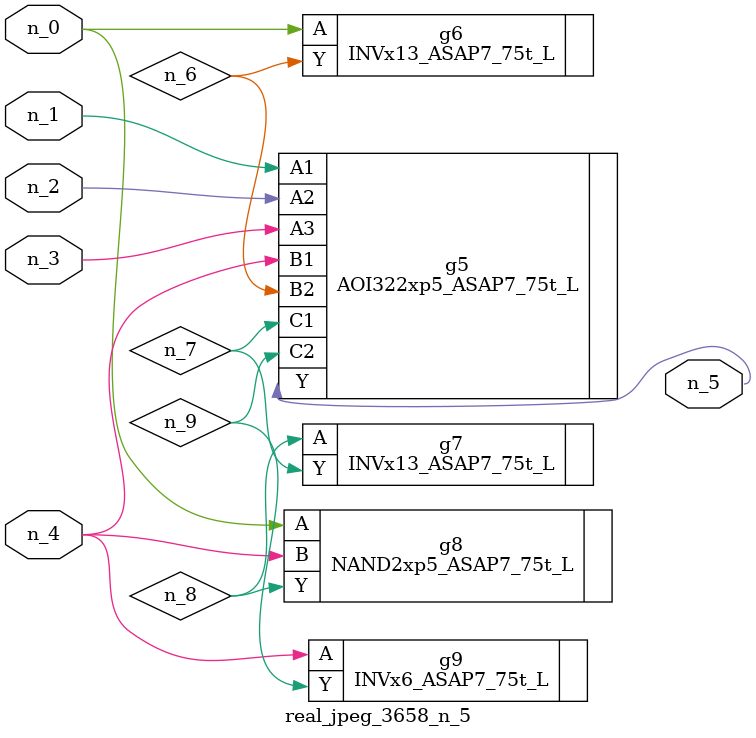
<source format=v>
module real_jpeg_3658_n_5 (n_4, n_0, n_1, n_2, n_3, n_5);

input n_4;
input n_0;
input n_1;
input n_2;
input n_3;

output n_5;

wire n_8;
wire n_6;
wire n_7;
wire n_9;

INVx13_ASAP7_75t_L g6 ( 
.A(n_0),
.Y(n_6)
);

NAND2xp5_ASAP7_75t_L g8 ( 
.A(n_0),
.B(n_4),
.Y(n_8)
);

AOI322xp5_ASAP7_75t_L g5 ( 
.A1(n_1),
.A2(n_2),
.A3(n_3),
.B1(n_4),
.B2(n_6),
.C1(n_7),
.C2(n_9),
.Y(n_5)
);

INVx6_ASAP7_75t_L g9 ( 
.A(n_4),
.Y(n_9)
);

INVx13_ASAP7_75t_L g7 ( 
.A(n_8),
.Y(n_7)
);


endmodule
</source>
